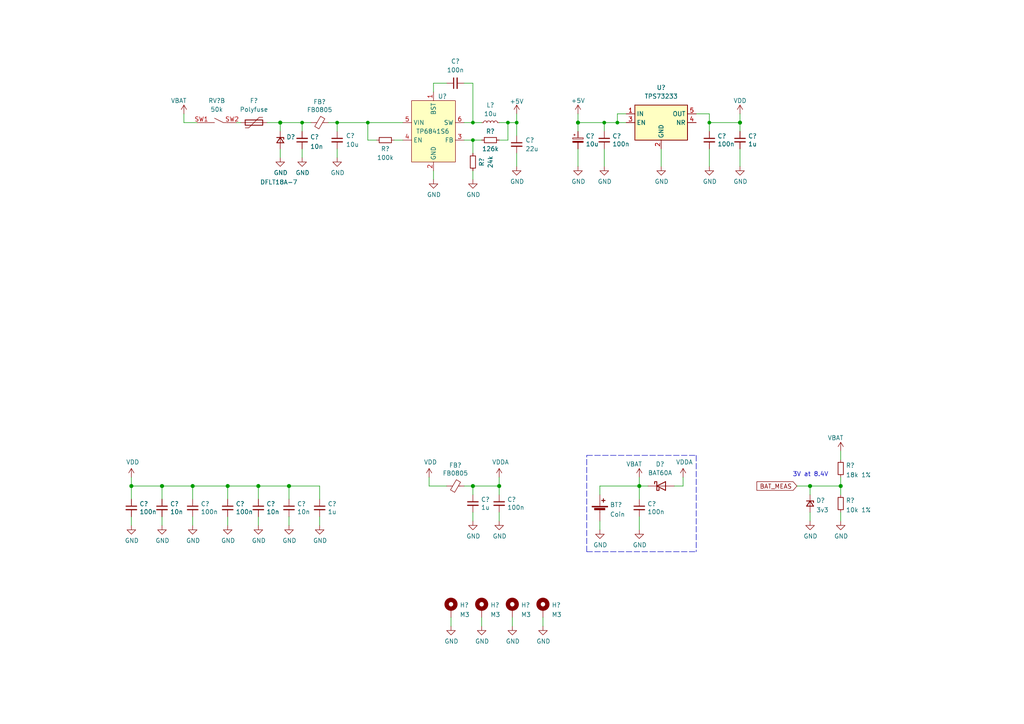
<source format=kicad_sch>
(kicad_sch (version 20211123) (generator eeschema)
  (paper "A4")
  (title_block (title "Mini17 - QRP M17 handheld") (date "2022-07-25") (rev "A") (company "M17 Project"))
  (lib_symbols
    (symbol "Device:Battery_Cell" (pin_numbers hide) (pin_names (offset 0) hide)
      (property "Reference" "BT" (at 2.54 2.54 0))
      (property "Value" "Battery_Cell" (at 2.54 0 0))
      (symbol "Battery_Cell_0_1"
        (rectangle (start -2.286 1.778) (end 2.286 1.524) (fill (type outline)))
        (rectangle (start -1.5748 1.1938) (end 1.4732 0.6858) (fill (type outline)))
        (polyline (pts (xy 0 0.762) (xy 0 0)))
        (polyline (pts (xy 0 1.778) (xy 0 2.54)))
        (polyline (pts (xy 0.508 3.429) (xy 1.524 3.429)) (stroke (width 0.254)))
        (polyline (pts (xy 1.016 3.937) (xy 1.016 2.921)) (stroke (width 0.254)))
      )
      (symbol "Battery_Cell_1_1"
        (pin passive line (at 0 5.08 270) (length 2.54) (name "+") (number "1"))
        (pin passive line (at 0 -2.54 90) (length 2.54) (name "-") (number "2"))
      )
    )
    (symbol "Device:D_Zener_Small" (pin_numbers hide) (pin_names (offset 0.254) hide)
      (property "Reference" "D" (at 0 2.286 0))
      (property "Value" "D_Zener_Small" (at 0 -2.286 0))
      (symbol "D_Zener_Small_0_1"
        (polyline (pts (xy 0.762 0) (xy -0.762 0)))
        (polyline (pts (xy -0.254 1.016) (xy -0.762 1.016) (xy -0.762 -1.016)) (stroke (width 0.254)))
        (polyline (pts (xy 0.762 1.016) (xy -0.762 0) (xy 0.762 -1.016) (xy 0.762 1.016)) (stroke (width 0.254)))
      )
      (symbol "D_Zener_Small_1_1"
        (pin passive line (at -2.54 0 0) (length 1.778) (name "K") (number "1"))
        (pin passive line (at 2.54 0 180) (length 1.778) (name "A") (number "2"))
      )
    )
    (symbol "Device:Ferrite_Bead_Small" (pin_numbers hide) (pin_names (offset 0))
      (property "Reference" "FB" (at 1.905 1.27 0))
      (property "Value" "Ferrite_Bead_Small" (at 1.905 -1.27 0))
      (symbol "Ferrite_Bead_Small_0_1"
        (polyline (pts (xy 0 -1.27) (xy 0 -0.7874)))
        (polyline (pts (xy 0 0.889) (xy 0 1.2954)))
        (polyline (pts (xy -1.8288 0.2794) (xy -1.1176 1.4986) (xy 1.8288 -0.2032) (xy 1.1176 -1.4224) (xy -1.8288 0.2794)))
      )
      (symbol "Ferrite_Bead_Small_1_1"
        (pin passive line (at 0 2.54 270) (length 1.27) (name "~") (number "1"))
        (pin passive line (at 0 -2.54 90) (length 1.27) (name "~") (number "2"))
      )
    )
    (symbol "Device:Polyfuse" (pin_numbers hide) (pin_names (offset 0))
      (property "Reference" "F" (at -2.54 0 90))
      (property "Value" "Polyfuse" (at 2.54 0 90))
      (symbol "Polyfuse_0_1"
        (rectangle (start -0.762 2.54) (end 0.762 -2.54) (stroke (width 0.254)))
        (polyline (pts (xy 0 2.54) (xy 0 -2.54)))
        (polyline (pts (xy -1.524 2.54) (xy -1.524 1.524) (xy 1.524 -1.524) (xy 1.524 -2.54)))
      )
      (symbol "Polyfuse_1_1"
        (pin passive line (at 0 3.81 270) (length 1.27) (name "~") (number "1"))
        (pin passive line (at 0 -3.81 90) (length 1.27) (name "~") (number "2"))
      )
    )
    (symbol "Diode:BAT60A" (pin_numbers hide) (pin_names (offset 1.016) hide)
      (property "Reference" "D" (at 0 2.54 0))
      (property "Value" "BAT60A" (at 0 -2.54 0))
      (symbol "BAT60A_0_1"
        (polyline (pts (xy 1.27 0) (xy -1.27 0)))
        (polyline (pts (xy 1.27 1.27) (xy 1.27 -1.27) (xy -1.27 0) (xy 1.27 1.27)) (stroke (width 0.254)))
        (polyline (pts (xy -1.905 0.635) (xy -1.905 1.27) (xy -1.27 1.27) (xy -1.27 -1.27) (xy -0.635 -1.27) (xy -0.635 -0.635)) (stroke (width 0.254)))
      )
      (symbol "BAT60A_1_1"
        (pin passive line (at -3.81 0 0) (length 2.54) (name "K") (number "1"))
        (pin passive line (at 3.81 0 180) (length 2.54) (name "A") (number "2"))
      )
    )
    (symbol "M17-SmartMic:R_Potentiometer_Switch" (pin_names (offset 1.016) hide)
      (property "Reference" "RV" (at -4.445 0 90))
      (property "Value" "R_Potentiometer_Switch" (at -2.54 0 90))
      (symbol "R_Potentiometer_Switch_1_1"
        (pin passive line (at 0 2.54 270) (length 0.635) (name "1") (number "1"))
        (pin passive line (at 2.54 0 180) (length 0.9906) (name "2") (number "2"))
        (pin passive line (at 0 -2.54 90) (length 0.635) (name "3") (number "3"))
      )
      (symbol "R_Potentiometer_Switch_2_1"
        (polyline (pts (xy 0 2.54) (xy 0 0)) (stroke (width 0.1524)))
        (polyline (pts (xy 0 -3.81) (xy 0 -2.54) (xy 1.27 0)) (stroke (width 0.1524)))
        (pin input line (at 0 5.08 270) (length 2.54) (name "SW") (number "SW1"))
        (pin input line (at 0 -6.35 90) (length 2.54) (name "SW") (number "SW2"))
      )
    )
    (symbol "Mechanical:MountingHole_Pad" (pin_numbers hide) (pin_names (offset 1.016) hide)
      (property "Reference" "H" (at 0 6.35 0))
      (property "Value" "MountingHole_Pad" (at 0 4.445 0))
      (symbol "MountingHole_Pad_0_1"
        (circle (center 0 1.27) (radius 1.27) (stroke (width 1.27)))
      )
      (symbol "MountingHole_Pad_1_1"
        (pin input line (at 0 -2.54 90) (length 2.54) (name "1") (number "1"))
      )
    )
    (symbol "Module17:TP6841S6"
      (property "Reference" "U" (at 0 2.54 0))
      (property "Value" "TP6841S6" (at 0 0 0))
      (symbol "TP6841S6_0_1"
        (rectangle (start -6.35 8.89) (end 6.35 -8.89) (fill (type background)))
      )
      (symbol "TP6841S6_1_1"
        (pin input line (at 0 11.43 270) (length 2.54) (name "BST") (number "1"))
        (pin input line (at 0 -11.43 90) (length 2.54) (name "GND") (number "2"))
        (pin input line (at 8.89 -2.54 180) (length 2.54) (name "FB") (number "3"))
        (pin input line (at -8.89 -2.54 0) (length 2.54) (name "EN") (number "4"))
        (pin input line (at -8.89 2.54 0) (length 2.54) (name "VIN") (number "5"))
        (pin input line (at 8.89 2.54 180) (length 2.54) (name "SW") (number "6"))
      )
    )
    (symbol "Regulator_Linear:TPS73133DBV"
      (property "Reference" "U" (at -6.35 6.35 0))
      (property "Value" "TPS73133DBV" (at 1.27 6.35 0))
      (symbol "TPS73133DBV_0_1"
        (rectangle (start -7.62 -5.08) (end 7.62 5.08) (stroke (width 0.254)) (fill (type background)))
      )
      (symbol "TPS73133DBV_1_1"
        (pin power_in line (at -10.16 2.54 0) (length 2.54) (name "IN") (number "1"))
        (pin power_in line (at 0 -7.62 90) (length 2.54) (name "GND") (number "2"))
        (pin input line (at -10.16 0 0) (length 2.54) (name "EN") (number "3"))
        (pin passive line (at 10.16 0 180) (length 2.54) (name "NR") (number "4"))
        (pin power_out line (at 10.16 2.54 180) (length 2.54) (name "OUT") (number "5"))
      )
    )
    (symbol "pkl_device:pkl_CP_Small" (pin_numbers hide) (pin_names (offset 0.254) hide)
      (property "Reference" "C" (at 0.254 1.778 0))
      (property "Value" "pkl_CP_Small" (at 0.254 -2.032 0))
      (symbol "pkl_CP_Small_0_1"
        (rectangle (start -1.524 -0.3048) (end 1.524 -0.6858) (fill (type outline)))
        (rectangle (start -1.524 0.6858) (end 1.524 0.3048))
        (polyline (pts (xy -1.27 1.524) (xy -0.762 1.524)))
        (polyline (pts (xy -1.016 1.27) (xy -1.016 1.778)))
      )
      (symbol "pkl_CP_Small_1_1"
        (pin passive line (at 0 2.54 270) (length 1.8542) (name "~") (number "1"))
        (pin passive line (at 0 -2.54 90) (length 1.8542) (name "~") (number "2"))
      )
    )
    (symbol "pkl_device:pkl_C_Small" (pin_numbers hide) (pin_names (offset 0.254) hide)
      (property "Reference" "C" (at 0.254 1.778 0))
      (property "Value" "pkl_C_Small" (at 0.254 -2.032 0))
      (symbol "pkl_C_Small_0_1"
        (polyline (pts (xy -1.524 -0.508) (xy 1.524 -0.508)) (stroke (width 0.3302)))
        (polyline (pts (xy -1.524 0.508) (xy 1.524 0.508)) (stroke (width 0.3048)))
      )
      (symbol "pkl_C_Small_1_1"
        (pin passive line (at 0 2.54 270) (length 1.905) (name "~") (number "1"))
        (pin passive line (at 0 -2.54 90) (length 2.032) (name "~") (number "2"))
      )
    )
    (symbol "pkl_device:pkl_L_Small" (pin_numbers hide) (pin_names (offset 0) hide)
      (property "Reference" "L" (at 1.524 1.27 0))
      (property "Value" "pkl_L_Small" (at 1.524 -1.27 0))
      (symbol "pkl_L_Small_0_1"
        (arc (start 0 -2.032) (mid 0.508 -1.524) (end 0 -1.016))
        (arc (start 0 -1.016) (mid 0.508 -0.508) (end 0 0))
        (arc (start 0 0) (mid 0.508 0.508) (end 0 1.016))
        (arc (start 0 1.016) (mid 0.508 1.524) (end 0 2.032))
      )
      (symbol "pkl_L_Small_1_1"
        (pin input line (at 0 -2.54 90) (length 0.508) (name "1") (number "1"))
        (pin input line (at 0 2.54 270) (length 0.508) (name "2") (number "2"))
      )
    )
    (symbol "pkl_device:pkl_R_Small" (pin_numbers hide) (pin_names (offset 0.254) hide)
      (property "Reference" "R" (at 0.762 0.508 0))
      (property "Value" "pkl_R_Small" (at 0.762 -1.016 0))
      (symbol "pkl_R_Small_0_1"
        (rectangle (start -0.762 1.778) (end 0.762 -1.778) (stroke (width 0.2032)))
      )
      (symbol "pkl_R_Small_1_1"
        (pin passive line (at 0 2.54 270) (length 0.762) (name "~") (number "1"))
        (pin passive line (at 0 -2.54 90) (length 0.762) (name "~") (number "2"))
      )
    )
    (symbol "pkl_power:VBAT" (power) (pin_names (offset 0))
      (property "Value" "VBAT" (at 0 3.556 0))
      (symbol "VBAT_0_1"
        (polyline (pts (xy -0.762 1.27) (xy 0 2.54)))
        (polyline (pts (xy 0 0) (xy 0 2.54)))
        (polyline (pts (xy 0 2.54) (xy 0.762 1.27)))
      )
      (symbol "VBAT_1_1"
        (pin power_in line (at 0 0 90) (length 0) hide (name "VBAT") (number "1"))
      )
    )
    (symbol "power:+5V" (power) (pin_names (offset 0))
      (property "Value" "+5V" (at 0 3.556 0))
      (symbol "+5V_0_1"
        (polyline (pts (xy -0.762 1.27) (xy 0 2.54)))
        (polyline (pts (xy 0 0) (xy 0 2.54)))
        (polyline (pts (xy 0 2.54) (xy 0.762 1.27)))
      )
      (symbol "+5V_1_1"
        (pin power_in line (at 0 0 90) (length 0) hide (name "+5V") (number "1"))
      )
    )
    (symbol "power:GND" (power) (pin_names (offset 0))
      (property "Value" "GND" (at 0 -3.81 0))
      (symbol "GND_0_1"
        (polyline (pts (xy 0 0) (xy 0 -1.27) (xy 1.27 -1.27) (xy 0 -2.54) (xy -1.27 -1.27) (xy 0 -1.27)))
      )
      (symbol "GND_1_1"
        (pin power_in line (at 0 0 270) (length 0) hide (name "GND") (number "1"))
      )
    )
    (symbol "power:VDD" (power) (pin_names (offset 0))
      (property "Value" "VDD" (at 0 3.81 0))
      (symbol "VDD_0_1"
        (polyline (pts (xy -0.762 1.27) (xy 0 2.54)))
        (polyline (pts (xy 0 0) (xy 0 2.54)))
        (polyline (pts (xy 0 2.54) (xy 0.762 1.27)))
      )
      (symbol "VDD_1_1"
        (pin power_in line (at 0 0 90) (length 0) hide (name "VDD") (number "1"))
      )
    )
    (symbol "power:VDDA" (power) (pin_names (offset 0))
      (property "Value" "VDDA" (at 0 3.81 0))
      (symbol "VDDA_0_1"
        (polyline (pts (xy -0.762 1.27) (xy 0 2.54)))
        (polyline (pts (xy 0 0) (xy 0 2.54)))
        (polyline (pts (xy 0 2.54) (xy 0.762 1.27)))
      )
      (symbol "VDDA_1_1"
        (pin power_in line (at 0 0 90) (length 0) hide (name "VDDA") (number "1"))
      )
    )
  )
  (junction (at 243.84 140.97) (diameter 1.016))
  (junction (at 149.86 35.56))
  (junction (at 137.16 35.56))
  (junction (at 214.63 35.56) (diameter 1.016))
  (junction (at 97.79 35.56))
  (junction (at 83.82 140.97) (diameter 1.016))
  (junction (at 81.28 35.56) (diameter 1.016))
  (junction (at 106.68 35.56))
  (junction (at 185.42 140.97) (diameter 1.016))
  (junction (at 147.32 35.56))
  (junction (at 137.16 40.64))
  (junction (at 179.07 35.56))
  (junction (at 66.04 140.97) (diameter 1.016))
  (junction (at 205.74 35.56))
  (junction (at 234.95 140.97) (diameter 1.016))
  (junction (at 175.26 35.56))
  (junction (at 46.99 140.97) (diameter 1.016))
  (junction (at 144.78 140.97) (diameter 1.016))
  (junction (at 137.16 140.97) (diameter 1.016))
  (junction (at 167.64 35.56) (diameter 1.016))
  (junction (at 74.93 140.97) (diameter 1.016))
  (junction (at 55.88 140.97) (diameter 1.016))
  (junction (at 38.1 140.97) (diameter 1.016))
  (junction (at 87.63 35.56))
  (wire (pts (xy 137.16 35.56) (xy 137.16 24.13)))
  (wire (pts (xy 149.86 44.45) (xy 149.86 48.26)))
  (wire (pts (xy 201.93 33.02) (xy 205.74 33.02)))
  (wire (pts (xy 144.78 40.64) (xy 147.32 40.64)))
  (wire (pts (xy 137.16 40.64) (xy 137.16 44.45)))
  (wire (pts (xy 205.74 35.56) (xy 214.63 35.56)))
  (wire (pts (xy 147.32 35.56) (xy 149.86 35.56)))
  (wire (pts (xy 157.48 179.07) (xy 157.48 181.61)))
  (wire (pts (xy 46.99 140.97) (xy 46.99 144.78)))
  (wire (pts (xy 77.47 35.56) (xy 81.28 35.56)))
  (wire (pts (xy 214.63 43.18) (xy 214.63 48.26)))
  (wire (pts (xy 81.28 35.56) (xy 87.63 35.56)))
  (wire (pts (xy 137.16 24.13) (xy 134.62 24.13)))
  (wire (pts (xy 179.07 35.56) (xy 181.61 35.56)))
  (wire (pts (xy 38.1 138.43) (xy 38.1 140.97)))
  (wire (pts (xy 38.1 140.97) (xy 46.99 140.97)))
  (wire (pts (xy 185.42 149.86) (xy 185.42 153.67)))
  (wire (pts (xy 144.78 35.56) (xy 147.32 35.56)))
  (wire (pts (xy 173.99 143.51) (xy 173.99 140.97)))
  (wire (pts (xy 53.34 33.02) (xy 53.34 35.56)))
  (wire (pts (xy 129.54 24.13) (xy 125.73 24.13)))
  (wire (pts (xy 97.79 43.18) (xy 97.79 45.72)))
  (wire (pts (xy 134.62 40.64) (xy 137.16 40.64)))
  (wire (pts (xy 214.63 35.56) (xy 214.63 38.1)))
  (wire (pts (xy 195.58 140.97) (xy 198.12 140.97)))
  (wire (pts (xy 175.26 35.56) (xy 179.07 35.56)))
  (wire (pts (xy 243.84 130.81) (xy 243.84 133.35)))
  (wire (pts (xy 167.64 43.18) (xy 167.64 48.26)))
  (wire (pts (xy 205.74 33.02) (xy 205.74 35.56)))
  (wire (pts (xy 83.82 140.97) (xy 83.82 144.78)))
  (wire (pts (xy 95.25 35.56) (xy 97.79 35.56)))
  (wire (pts (xy 134.62 140.97) (xy 137.16 140.97)))
  (wire (pts (xy 185.42 140.97) (xy 185.42 144.78)))
  (polyline (pts (xy 170.18 160.02) (xy 201.93 160.02)))
  (wire (pts (xy 149.86 33.02) (xy 149.86 35.56)))
  (polyline (pts (xy 201.93 132.08) (xy 201.93 160.02)))
  (wire (pts (xy 214.63 35.56) (xy 214.63 33.02)))
  (wire (pts (xy 234.95 140.97) (xy 243.84 140.97)))
  (wire (pts (xy 116.84 35.56) (xy 106.68 35.56)))
  (wire (pts (xy 81.28 35.56) (xy 81.28 38.1)))
  (wire (pts (xy 144.78 140.97) (xy 144.78 143.51)))
  (wire (pts (xy 68.58 35.56) (xy 69.85 35.56)))
  (wire (pts (xy 179.07 33.02) (xy 179.07 35.56)))
  (wire (pts (xy 87.63 43.18) (xy 87.63 45.72)))
  (wire (pts (xy 124.46 140.97) (xy 124.46 138.43)))
  (wire (pts (xy 205.74 43.18) (xy 205.74 48.26)))
  (wire (pts (xy 87.63 35.56) (xy 90.17 35.56)))
  (wire (pts (xy 234.95 143.51) (xy 234.95 140.97)))
  (wire (pts (xy 175.26 43.18) (xy 175.26 48.26)))
  (wire (pts (xy 74.93 140.97) (xy 83.82 140.97)))
  (wire (pts (xy 66.04 140.97) (xy 66.04 144.78)))
  (wire (pts (xy 38.1 144.78) (xy 38.1 140.97)))
  (wire (pts (xy 198.12 138.43) (xy 198.12 140.97)))
  (wire (pts (xy 130.81 179.07) (xy 130.81 181.61)))
  (wire (pts (xy 66.04 149.86) (xy 66.04 152.4)))
  (wire (pts (xy 191.77 43.18) (xy 191.77 48.26)))
  (wire (pts (xy 46.99 149.86) (xy 46.99 152.4)))
  (wire (pts (xy 185.42 138.43) (xy 185.42 140.97)))
  (wire (pts (xy 144.78 148.59) (xy 144.78 151.13)))
  (wire (pts (xy 106.68 35.56) (xy 106.68 40.64)))
  (polyline (pts (xy 170.18 160.02) (xy 170.18 132.08)))
  (wire (pts (xy 148.59 179.07) (xy 148.59 181.61)))
  (wire (pts (xy 55.88 149.86) (xy 55.88 152.4)))
  (wire (pts (xy 114.3 40.64) (xy 116.84 40.64)))
  (wire (pts (xy 181.61 33.02) (xy 179.07 33.02)))
  (wire (pts (xy 137.16 35.56) (xy 139.7 35.56)))
  (wire (pts (xy 125.73 49.53) (xy 125.73 52.07)))
  (wire (pts (xy 66.04 140.97) (xy 74.93 140.97)))
  (wire (pts (xy 243.84 140.97) (xy 243.84 143.51)))
  (wire (pts (xy 205.74 35.56) (xy 205.74 38.1)))
  (wire (pts (xy 92.71 140.97) (xy 92.71 144.78)))
  (wire (pts (xy 97.79 35.56) (xy 106.68 35.56)))
  (wire (pts (xy 234.95 148.59) (xy 234.95 151.13)))
  (wire (pts (xy 55.88 140.97) (xy 66.04 140.97)))
  (wire (pts (xy 53.34 35.56) (xy 57.15 35.56)))
  (wire (pts (xy 83.82 149.86) (xy 83.82 152.4)))
  (wire (pts (xy 147.32 35.56) (xy 147.32 40.64)))
  (wire (pts (xy 173.99 140.97) (xy 185.42 140.97)))
  (wire (pts (xy 144.78 140.97) (xy 144.78 138.43)))
  (wire (pts (xy 137.16 148.59) (xy 137.16 151.13)))
  (wire (pts (xy 231.14 140.97) (xy 234.95 140.97)))
  (wire (pts (xy 97.79 35.56) (xy 97.79 38.1)))
  (wire (pts (xy 74.93 149.86) (xy 74.93 152.4)))
  (wire (pts (xy 74.93 140.97) (xy 74.93 144.78)))
  (wire (pts (xy 139.7 179.07) (xy 139.7 181.61)))
  (wire (pts (xy 38.1 149.86) (xy 38.1 152.4)))
  (wire (pts (xy 106.68 40.64) (xy 109.22 40.64)))
  (wire (pts (xy 46.99 140.97) (xy 55.88 140.97)))
  (wire (pts (xy 129.54 140.97) (xy 124.46 140.97)))
  (wire (pts (xy 149.86 35.56) (xy 149.86 39.37)))
  (wire (pts (xy 167.64 35.56) (xy 167.64 38.1)))
  (wire (pts (xy 137.16 49.53) (xy 137.16 52.07)))
  (wire (pts (xy 175.26 35.56) (xy 167.64 35.56)))
  (wire (pts (xy 125.73 24.13) (xy 125.73 26.67)))
  (wire (pts (xy 185.42 140.97) (xy 187.96 140.97)))
  (polyline (pts (xy 170.18 132.08) (xy 201.93 132.08)))
  (wire (pts (xy 87.63 35.56) (xy 87.63 38.1)))
  (wire (pts (xy 167.64 35.56) (xy 167.64 33.02)))
  (wire (pts (xy 81.28 43.18) (xy 81.28 45.72)))
  (wire (pts (xy 173.99 151.13) (xy 173.99 153.67)))
  (wire (pts (xy 134.62 35.56) (xy 137.16 35.56)))
  (wire (pts (xy 137.16 140.97) (xy 137.16 143.51)))
  (wire (pts (xy 83.82 140.97) (xy 92.71 140.97)))
  (wire (pts (xy 243.84 148.59) (xy 243.84 151.13)))
  (wire (pts (xy 55.88 140.97) (xy 55.88 144.78)))
  (wire (pts (xy 175.26 35.56) (xy 175.26 38.1)))
  (wire (pts (xy 92.71 149.86) (xy 92.71 152.4)))
  (wire (pts (xy 137.16 140.97) (xy 144.78 140.97)))
  (wire (pts (xy 137.16 40.64) (xy 139.7 40.64)))
  (wire (pts (xy 243.84 138.43) (xy 243.84 140.97)))
  (text "3V at 8.4V" (at 229.87 138.43 0) (effects (font (size 1.27 1.27)) (justify left bottom)))
  (global_label "BAT_MEAS" (shape input) (at 231.14 140.97 180) (property "Intersheet References" "${INTERSHEET_REFS}" (effects hide)))
  (symbol (lib_id "pkl_device:pkl_R_Small") (at 111.76 40.64 90) (unit 1)
    (property "Reference" "R?" (at 111.76 43.18 90))
    (property "Value" "100k" (at 111.76 45.72 90))
    (property "Footprint" "pkl_dipol:R_0603" (effects hide))
  )
  (symbol (lib_id "Device:D_Zener_Small") (at 81.28 40.64 270) (unit 1)
    (property "Reference" "D?" (at 83.0581 39.7315 90) (effects (justify left)))
    (property "Value" "DFLT18A-7 " (at 75.438 52.832 90) (effects (justify left)))
    (property "Footprint" "Diode_SMD:D_SOD-128" (effects hide))
  )
  (symbol (lib_id "pkl_device:pkl_C_Small") (at 175.26 40.64 0) (unit 1)
    (property "Reference" "C?" (at 177.5968 39.4716 0) (effects (justify left)))
    (property "Value" "100n" (at 177.5968 41.783 0) (effects (justify left)))
    (property "Footprint" "pkl_dipol:C_0603" (effects hide))
  )
  (symbol (lib_id "pkl_device:pkl_C_Small") (at 83.82 147.32 0) (unit 1)
    (property "Reference" "C?" (at 86.1568 146.1516 0) (effects (justify left)))
    (property "Value" "10n" (at 86.1568 148.463 0) (effects (justify left)))
    (property "Footprint" "pkl_dipol:C_0603" (effects hide))
  )
  (symbol (lib_id "power:VDD") (at 38.1 138.43 0) (unit 1)
    (property "Reference" "#PWR?" (effects hide))
    (property "Value" "VDD" (at 38.481 134.0358 0))
  )
  (symbol (lib_id "pkl_device:pkl_C_Small") (at 185.42 147.32 0) (unit 1) (in_bom no) (on_board no)
    (property "Reference" "C?" (at 187.7568 146.1516 0) (effects (justify left)))
    (property "Value" "100n" (at 187.7568 148.463 0) (effects (justify left)))
    (property "Footprint" "pkl_dipol:C_0603" (effects hide))
  )
  (symbol (lib_id "pkl_device:pkl_C_Small") (at 38.1 147.32 0) (unit 1)
    (property "Reference" "C?" (at 40.4368 146.1516 0) (effects (justify left)))
    (property "Value" "100n" (at 40.4368 148.463 0) (effects (justify left)))
    (property "Footprint" "pkl_dipol:C_0603" (effects hide))
  )
  (symbol (lib_id "pkl_power:VBAT") (at 53.34 33.02 0) (unit 1)
    (property "Reference" "#PWR?" (effects hide))
    (property "Value" "MAIN_BAT" (at 49.53 29.21 0) (effects (justify left)))
  )
  (symbol (lib_id "pkl_device:pkl_C_Small") (at 137.16 146.05 0) (unit 1)
    (property "Reference" "C?" (at 139.4968 144.8816 0) (effects (justify left)))
    (property "Value" "1u" (at 139.4968 147.193 0) (effects (justify left)))
    (property "Footprint" "pkl_dipol:C_0603" (effects hide))
  )
  (symbol (lib_id "Device:Ferrite_Bead_Small") (at 92.71 35.56 270) (unit 1)
    (property "Reference" "FB?" (at 92.71 29.5402 90))
    (property "Value" "FB0805" (at 92.71 31.8516 90))
    (property "Footprint" "pkl_dipol:L_0805" (effects hide))
  )
  (symbol (lib_id "power:GND") (at 175.26 48.26 0) (unit 1)
    (property "Reference" "#PWR?" (effects hide))
    (property "Value" "GND" (at 175.387 52.6542 0))
  )
  (symbol (lib_id "power:GND") (at 130.81 181.61 0) (unit 1)
    (property "Reference" "#PWR?" (effects hide))
    (property "Value" "GND" (at 130.937 186.0042 0))
  )
  (symbol (lib_id "Device:Battery_Cell") (at 173.99 148.59 0) (unit 1) (in_bom no) (on_board no)
    (property "Reference" "BT?" (at 176.9111 146.4115 0) (effects (justify left)))
    (property "Value" "Coin" (at 176.9111 149.1866 0) (effects (justify left)))
    (property "Footprint" "Battery:BatteryHolder_Keystone_3000_1x12mm" (effects hide))
  )
  (symbol (lib_id "power:GND") (at 137.16 151.13 0) (unit 1)
    (property "Reference" "#PWR?" (effects hide))
    (property "Value" "GND" (at 137.287 155.5242 0))
  )
  (symbol (lib_id "power:GND") (at 167.64 48.26 0) (unit 1)
    (property "Reference" "#PWR?" (effects hide))
    (property "Value" "GND" (at 167.767 52.6542 0))
  )
  (symbol (lib_id "Mechanical:MountingHole_Pad") (at 148.59 176.53 0) (unit 1)
    (property "Reference" "H?" (at 151.1301 175.4945 0) (effects (justify left)))
    (property "Value" "M3" (at 151.1301 178.2696 0) (effects (justify left)))
    (property "Footprint" "MountingHole:MountingHole_2.7mm_M2.5_DIN965_Pad" (effects hide))
  )
  (symbol (lib_id "power:GND") (at 38.1 152.4 0) (unit 1)
    (property "Reference" "#PWR?" (effects hide))
    (property "Value" "GND" (at 38.227 156.7942 0))
  )
  (symbol (lib_id "power:GND") (at 191.77 48.26 0) (unit 1)
    (property "Reference" "#PWR?" (effects hide))
    (property "Value" "GND" (at 191.897 52.6542 0))
  )
  (symbol (lib_id "power:GND") (at 234.95 151.13 0) (unit 1)
    (property "Reference" "#PWR?" (effects hide))
    (property "Value" "GND" (at 235.077 155.5242 0))
  )
  (symbol (lib_id "power:GND") (at 125.73 52.07 0) (unit 1)
    (property "Reference" "#PWR?" (effects hide))
    (property "Value" "GND" (at 125.857 56.4642 0))
  )
  (symbol (lib_id "pkl_device:pkl_CP_Small") (at 167.64 40.64 0) (unit 1)
    (property "Reference" "C?" (at 169.8752 39.4716 0) (effects (justify left)))
    (property "Value" "10u" (at 169.8752 41.783 0) (effects (justify left)))
    (property "Footprint" "Capacitor_Tantalum_SMD:CP_EIA-3216-18_Kemet-A" (effects hide))
  )
  (symbol (lib_id "power:GND") (at 74.93 152.4 0) (unit 1)
    (property "Reference" "#PWR?" (effects hide))
    (property "Value" "GND" (at 75.057 156.7942 0))
  )
  (symbol (lib_id "pkl_device:pkl_R_Small") (at 243.84 146.05 0) (unit 1)
    (property "Reference" "R?" (at 245.3387 145.1415 0) (effects (justify left)))
    (property "Value" "10k 1%" (at 245.3387 147.9166 0) (effects (justify left)))
    (property "Footprint" "pkl_dipol:R_0603" (effects hide))
  )
  (symbol (lib_id "power:GND") (at 83.82 152.4 0) (unit 1)
    (property "Reference" "#PWR?" (effects hide))
    (property "Value" "GND" (at 83.947 156.7942 0))
  )
  (symbol (lib_id "power:GND") (at 205.74 48.26 0) (unit 1)
    (property "Reference" "#PWR?" (effects hide))
    (property "Value" "GND" (at 205.867 52.6542 0))
  )
  (symbol (lib_id "pkl_device:pkl_C_Small") (at 214.63 40.64 0) (unit 1)
    (property "Reference" "C?" (at 216.9668 39.4716 0) (effects (justify left)))
    (property "Value" "1u" (at 216.9668 41.783 0) (effects (justify left)))
    (property "Footprint" "pkl_dipol:C_0603" (effects hide))
  )
  (symbol (lib_id "pkl_device:pkl_C_Small") (at 92.71 147.32 0) (unit 1)
    (property "Reference" "C?" (at 95.0468 146.1516 0) (effects (justify left)))
    (property "Value" "1u" (at 95.0468 148.463 0) (effects (justify left)))
    (property "Footprint" "pkl_dipol:C_0603" (effects hide))
  )
  (symbol (lib_id "pkl_power:VBAT") (at 243.84 130.81 0) (unit 1)
    (property "Reference" "#PWR?" (effects hide))
    (property "Value" "MAIN_BAT" (at 240.03 127 0) (effects (justify left)))
  )
  (symbol (lib_id "power:GND") (at 66.04 152.4 0) (unit 1)
    (property "Reference" "#PWR?" (effects hide))
    (property "Value" "GND" (at 66.167 156.7942 0))
  )
  (symbol (lib_id "Regulator_Linear:TPS73133DBV") (at 191.77 35.56 0) (unit 1)
    (property "Reference" "U?" (at 191.77 25.4 0))
    (property "Value" "TPS73233" (at 191.77 27.94 0))
    (property "Footprint" "Package_TO_SOT_SMD:SOT-23-5" (effects hide))
    (property "Datasheet" "http://www.ti.com/lit/ds/symlink/tps731.pdf" (effects hide))
  )
  (symbol (lib_id "power:GND") (at 81.28 45.72 0) (unit 1)
    (property "Reference" "#PWR?" (effects hide))
    (property "Value" "GND" (at 81.407 50.1142 0))
  )
  (symbol (lib_id "pkl_device:pkl_C_Small") (at 144.78 146.05 0) (unit 1)
    (property "Reference" "C?" (at 147.1168 144.8816 0) (effects (justify left)))
    (property "Value" "100n" (at 147.1168 147.193 0) (effects (justify left)))
    (property "Footprint" "pkl_dipol:C_0603" (effects hide))
  )
  (symbol (lib_id "power:GND") (at 92.71 152.4 0) (unit 1)
    (property "Reference" "#PWR?" (effects hide))
    (property "Value" "GND" (at 92.837 156.7942 0))
  )
  (symbol (lib_id "power:GND") (at 149.86 48.26 0) (unit 1)
    (property "Reference" "#PWR?" (effects hide))
    (property "Value" "GND" (at 149.987 52.6542 0))
  )
  (symbol (lib_id "power:VDDA") (at 198.12 138.43 0) (unit 1)
    (property "Reference" "#PWR?" (effects hide))
    (property "Value" "VDDA" (at 198.501 134.0358 0))
  )
  (symbol (lib_id "Mechanical:MountingHole_Pad") (at 130.81 176.53 0) (unit 1)
    (property "Reference" "H?" (at 133.3501 175.4945 0) (effects (justify left)))
    (property "Value" "M3" (at 133.3501 178.2696 0) (effects (justify left)))
    (property "Footprint" "MountingHole:MountingHole_2.7mm_M2.5_DIN965_Pad" (effects hide))
  )
  (symbol (lib_id "pkl_device:pkl_C_Small") (at 149.86 41.91 0) (unit 1)
    (property "Reference" "C?" (at 152.4 40.6462 0) (effects (justify left)))
    (property "Value" "22u" (at 152.4 43.1862 0) (effects (justify left)))
    (property "Footprint" "Capacitor_SMD:C_1210_3225Metric" (effects hide))
  )
  (symbol (lib_id "pkl_device:pkl_L_Small") (at 142.24 35.56 90) (unit 1)
    (property "Reference" "L?" (at 142.24 30.48 90))
    (property "Value" "10u" (at 142.24 33.02 90))
    (property "Footprint" "Inductor_SMD:L_Vishay_IHLP-2525" (effects hide))
    (property "Partno" "IHLP2525CZER100M01" (effects hide))
  )
  (symbol (lib_id "pkl_device:pkl_C_Small") (at 46.99 147.32 0) (unit 1)
    (property "Reference" "C?" (at 49.3268 146.1516 0) (effects (justify left)))
    (property "Value" "10n" (at 49.3268 148.463 0) (effects (justify left)))
    (property "Footprint" "pkl_dipol:C_0603" (effects hide))
  )
  (symbol (lib_id "power:VDD") (at 214.63 33.02 0) (unit 1)
    (property "Reference" "#PWR?" (effects hide))
    (property "Value" "VDD" (at 214.63 29.21 0))
  )
  (symbol (lib_id "power:GND") (at 157.48 181.61 0) (unit 1)
    (property "Reference" "#PWR?" (effects hide))
    (property "Value" "GND" (at 157.607 186.0042 0))
  )
  (symbol (lib_id "pkl_device:pkl_C_Small") (at 55.88 147.32 0) (unit 1)
    (property "Reference" "C?" (at 58.2168 146.1516 0) (effects (justify left)))
    (property "Value" "100n" (at 58.2168 148.463 0) (effects (justify left)))
    (property "Footprint" "pkl_dipol:C_0603" (effects hide))
  )
  (symbol (lib_id "power:GND") (at 55.88 152.4 0) (unit 1)
    (property "Reference" "#PWR?" (effects hide))
    (property "Value" "GND" (at 56.007 156.7942 0))
  )
  (symbol (lib_id "pkl_device:pkl_C_Small") (at 74.93 147.32 0) (unit 1)
    (property "Reference" "C?" (at 77.2668 146.1516 0) (effects (justify left)))
    (property "Value" "10n" (at 77.2668 148.463 0) (effects (justify left)))
    (property "Footprint" "pkl_dipol:C_0603" (effects hide))
  )
  (symbol (lib_id "Mechanical:MountingHole_Pad") (at 157.48 176.53 0) (unit 1)
    (property "Reference" "H?" (at 160.0201 175.4945 0) (effects (justify left)))
    (property "Value" "M3" (at 160.0201 178.2696 0) (effects (justify left)))
    (property "Footprint" "MountingHole:MountingHole_2.7mm_M2.5_DIN965_Pad" (effects hide))
  )
  (symbol (lib_id "power:GND") (at 87.63 45.72 0) (unit 1)
    (property "Reference" "#PWR?" (effects hide))
    (property "Value" "GND" (at 87.757 50.1142 0))
  )
  (symbol (lib_id "power:GND") (at 139.7 181.61 0) (unit 1)
    (property "Reference" "#PWR?" (effects hide))
    (property "Value" "GND" (at 139.827 186.0042 0))
  )
  (symbol (lib_id "pkl_device:pkl_R_Small") (at 142.24 40.64 90) (unit 1)
    (property "Reference" "R?" (at 142.24 38.1 90))
    (property "Value" "126k" (at 142.24 43.18 90))
    (property "Footprint" "pkl_dipol:R_0603" (effects hide))
  )
  (symbol (lib_id "Mechanical:MountingHole_Pad") (at 139.7 176.53 0) (unit 1)
    (property "Reference" "H?" (at 142.2401 175.4945 0) (effects (justify left)))
    (property "Value" "M3" (at 142.2401 178.2696 0) (effects (justify left)))
    (property "Footprint" "MountingHole:MountingHole_2.7mm_M2.5_DIN965_Pad" (effects hide))
  )
  (symbol (lib_id "power:+5V") (at 167.64 33.02 0) (unit 1)
    (property "Reference" "#PWR?" (effects hide))
    (property "Value" "+5V" (at 167.64 29.21 0))
  )
  (symbol (lib_id "pkl_device:pkl_C_Small") (at 132.08 24.13 90) (unit 1)
    (property "Reference" "C?" (at 132.0863 17.78 90))
    (property "Value" "100n" (at 132.0863 20.32 90))
    (property "Footprint" "pkl_dipol:C_0603" (effects hide))
  )
  (symbol (lib_id "M17-SmartMic:R_Potentiometer_Switch") (at 62.23 35.56 90) (unit 2)
    (property "Reference" "RV?" (at 62.865 29.21 90))
    (property "Value" "50k" (at 62.865 31.75 90))
    (property "Footprint" "M17-SmartMic:PTR901" (effects hide))
  )
  (symbol (lib_id "pkl_device:pkl_C_Small") (at 97.79 40.64 0) (unit 1)
    (property "Reference" "C?" (at 100.33 39.3762 0) (effects (justify left)))
    (property "Value" "10u" (at 100.33 41.9162 0) (effects (justify left)))
    (property "Footprint" "Capacitor_SMD:C_1210_3225Metric" (effects hide))
  )
  (symbol (lib_id "pkl_device:pkl_R_Small") (at 243.84 135.89 0) (unit 1)
    (property "Reference" "R?" (at 245.3387 134.9815 0) (effects (justify left)))
    (property "Value" "18k 1%" (at 245.3387 137.7566 0) (effects (justify left)))
    (property "Footprint" "pkl_dipol:R_0603" (effects hide))
  )
  (symbol (lib_id "power:GND") (at 173.99 153.67 0) (unit 1)
    (property "Reference" "#PWR?" (effects hide))
    (property "Value" "GND" (at 174.117 158.0642 0))
  )
  (symbol (lib_id "Device:Polyfuse") (at 73.66 35.56 90) (unit 1)
    (property "Reference" "F?" (at 73.66 29.21 90))
    (property "Value" "Polyfuse" (at 73.66 31.75 90))
  )
  (symbol (lib_id "power:GND") (at 214.63 48.26 0) (unit 1)
    (property "Reference" "#PWR?" (effects hide))
    (property "Value" "GND" (at 214.757 52.6542 0))
  )
  (symbol (lib_id "pkl_power:VBAT") (at 185.42 138.43 0) (unit 1)
    (property "Reference" "#PWR?" (effects hide))
    (property "Value" "RTC_BAT" (at 181.61 134.62 0) (effects (justify left)))
  )
  (symbol (lib_id "power:VDDA") (at 144.78 138.43 0) (unit 1)
    (property "Reference" "#PWR?" (effects hide))
    (property "Value" "VDDA" (at 145.161 134.0358 0))
  )
  (symbol (lib_id "Device:Ferrite_Bead_Small") (at 132.08 140.97 270) (unit 1)
    (property "Reference" "FB?" (at 132.08 134.9502 90))
    (property "Value" "FB0805" (at 132.08 137.2616 90))
    (property "Footprint" "pkl_dipol:L_0805" (effects hide))
  )
  (symbol (lib_id "pkl_device:pkl_C_Small") (at 87.63 40.64 180) (unit 1)
    (property "Reference" "C?" (at 89.9542 39.7315 0) (effects (justify right)))
    (property "Value" "10n" (at 89.9542 42.5066 0) (effects (justify right)))
    (property "Footprint" "pkl_dipol:C_0603" (effects hide))
  )
  (symbol (lib_id "power:GND") (at 137.16 52.07 0) (unit 1)
    (property "Reference" "#PWR?" (effects hide))
    (property "Value" "GND" (at 137.287 56.4642 0))
  )
  (symbol (lib_id "Device:D_Zener_Small") (at 234.95 146.05 270) (unit 1)
    (property "Reference" "D?" (at 236.7281 145.1415 90) (effects (justify left)))
    (property "Value" "3v3" (at 236.7281 147.9166 90) (effects (justify left)))
    (property "Footprint" "Diode_SMD:D_SOD-523" (effects hide))
  )
  (symbol (lib_id "pkl_device:pkl_C_Small") (at 66.04 147.32 0) (unit 1)
    (property "Reference" "C?" (at 68.3768 146.1516 0) (effects (justify left)))
    (property "Value" "100n" (at 68.3768 148.463 0) (effects (justify left)))
    (property "Footprint" "pkl_dipol:C_0603" (effects hide))
  )
  (symbol (lib_id "pkl_device:pkl_C_Small") (at 205.74 40.64 0) (unit 1)
    (property "Reference" "C?" (at 208.0768 39.4716 0) (effects (justify left)))
    (property "Value" "100n" (at 208.0768 41.783 0) (effects (justify left)))
    (property "Footprint" "pkl_dipol:C_0603" (effects hide))
  )
  (symbol (lib_id "power:GND") (at 46.99 152.4 0) (unit 1)
    (property "Reference" "#PWR?" (effects hide))
    (property "Value" "GND" (at 47.117 156.7942 0))
  )
  (symbol (lib_id "pkl_device:pkl_R_Small") (at 137.16 46.99 180) (unit 1)
    (property "Reference" "R?" (at 139.7 46.99 90))
    (property "Value" "24k" (at 142.24 46.99 90))
    (property "Footprint" "pkl_dipol:R_0603" (effects hide))
  )
  (symbol (lib_id "power:GND") (at 148.59 181.61 0) (unit 1)
    (property "Reference" "#PWR?" (effects hide))
    (property "Value" "GND" (at 148.717 186.0042 0))
  )
  (symbol (lib_id "Diode:BAT60A") (at 191.77 140.97 0) (unit 1)
    (property "Reference" "D?" (at 191.4525 134.62 0))
    (property "Value" "BAT60A" (at 191.4525 137.16 0))
    (property "Footprint" "Diode_SMD:D_SOD-323" (effects hide))
    (property "Datasheet" "https://www.infineon.com/dgdl/Infineon-BAT60ASERIES-DS-v01_01-en.pdf?fileId=db3a304313d846880113def70c9304a9" (effects hide))
  )
  (symbol (lib_id "power:GND") (at 185.42 153.67 0) (unit 1)
    (property "Reference" "#PWR?" (effects hide))
    (property "Value" "GND" (at 185.547 158.0642 0))
  )
  (symbol (lib_id "Module17:TP6841S6") (at 125.73 38.1 0) (unit 1)
    (property "Reference" "U?" (at 127 27.94 0) (effects (justify left)))
    (property "Value" "TP6841S6" (at 120.65 38.1 0) (effects (justify left)))
    (property "Footprint" "Package_TO_SOT_SMD:SOT-23-6" (effects hide))
  )
  (symbol (lib_id "power:GND") (at 144.78 151.13 0) (unit 1)
    (property "Reference" "#PWR?" (effects hide))
    (property "Value" "GND" (at 144.907 155.5242 0))
  )
  (symbol (lib_id "power:VDD") (at 124.46 138.43 0) (unit 1)
    (property "Reference" "#PWR?" (effects hide))
    (property "Value" "VDD" (at 124.841 134.0358 0))
  )
  (symbol (lib_id "power:+5V") (at 149.86 33.02 0) (unit 1)
    (property "Reference" "#PWR?" (effects hide))
    (property "Value" "+5V" (at 149.86 29.4154 0))
  )
  (symbol (lib_id "power:GND") (at 97.79 45.72 0) (unit 1)
    (property "Reference" "#PWR?" (effects hide))
    (property "Value" "GND" (at 97.917 50.1142 0))
  )
  (symbol (lib_id "power:GND") (at 243.84 151.13 0) (unit 1)
    (property "Reference" "#PWR?" (effects hide))
    (property "Value" "GND" (at 243.967 155.5242 0))
  )
)
</source>
